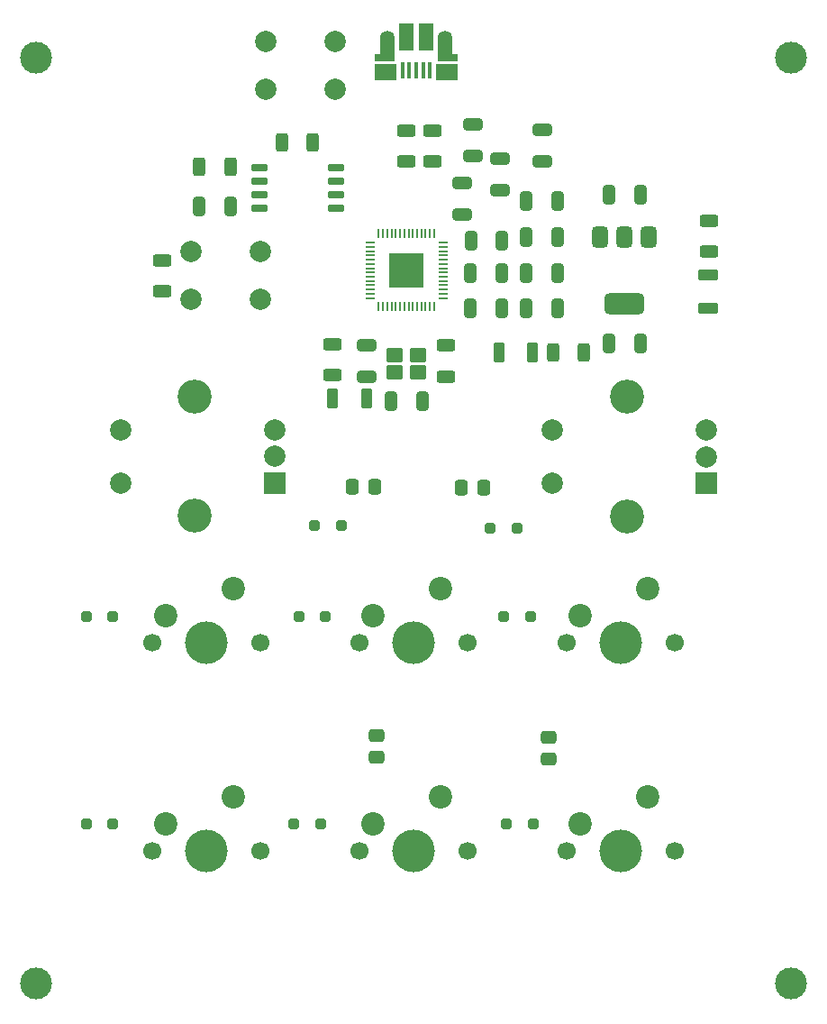
<source format=gts>
%TF.GenerationSoftware,KiCad,Pcbnew,8.0.5*%
%TF.CreationDate,2025-01-30T00:55:54+01:00*%
%TF.ProjectId,rp2040_pad,72703230-3430-45f7-9061-642e6b696361,rev?*%
%TF.SameCoordinates,Original*%
%TF.FileFunction,Soldermask,Top*%
%TF.FilePolarity,Negative*%
%FSLAX46Y46*%
G04 Gerber Fmt 4.6, Leading zero omitted, Abs format (unit mm)*
G04 Created by KiCad (PCBNEW 8.0.5) date 2025-01-30 00:55:54*
%MOMM*%
%LPD*%
G01*
G04 APERTURE LIST*
G04 Aperture macros list*
%AMRoundRect*
0 Rectangle with rounded corners*
0 $1 Rounding radius*
0 $2 $3 $4 $5 $6 $7 $8 $9 X,Y pos of 4 corners*
0 Add a 4 corners polygon primitive as box body*
4,1,4,$2,$3,$4,$5,$6,$7,$8,$9,$2,$3,0*
0 Add four circle primitives for the rounded corners*
1,1,$1+$1,$2,$3*
1,1,$1+$1,$4,$5*
1,1,$1+$1,$6,$7*
1,1,$1+$1,$8,$9*
0 Add four rect primitives between the rounded corners*
20,1,$1+$1,$2,$3,$4,$5,0*
20,1,$1+$1,$4,$5,$6,$7,0*
20,1,$1+$1,$6,$7,$8,$9,0*
20,1,$1+$1,$8,$9,$2,$3,0*%
G04 Aperture macros list end*
%ADD10RoundRect,0.250000X0.337500X0.475000X-0.337500X0.475000X-0.337500X-0.475000X0.337500X-0.475000X0*%
%ADD11RoundRect,0.250000X-0.475000X0.337500X-0.475000X-0.337500X0.475000X-0.337500X0.475000X0.337500X0*%
%ADD12C,1.700000*%
%ADD13C,4.000000*%
%ADD14C,2.200000*%
%ADD15C,2.000000*%
%ADD16RoundRect,0.250000X0.312500X0.625000X-0.312500X0.625000X-0.312500X-0.625000X0.312500X-0.625000X0*%
%ADD17RoundRect,0.150000X-0.650000X-0.150000X0.650000X-0.150000X0.650000X0.150000X-0.650000X0.150000X0*%
%ADD18RoundRect,0.250000X-0.650000X0.325000X-0.650000X-0.325000X0.650000X-0.325000X0.650000X0.325000X0*%
%ADD19RoundRect,0.250000X-0.250000X-0.250000X0.250000X-0.250000X0.250000X0.250000X-0.250000X0.250000X0*%
%ADD20RoundRect,0.250000X0.650000X-0.325000X0.650000X0.325000X-0.650000X0.325000X-0.650000X-0.325000X0*%
%ADD21R,1.825000X0.700000*%
%ADD22R,2.000000X1.500000*%
%ADD23R,1.350000X2.000000*%
%ADD24O,1.350000X1.700000*%
%ADD25O,1.100000X1.500000*%
%ADD26R,1.430000X2.500000*%
%ADD27R,0.400000X1.650000*%
%ADD28RoundRect,0.250000X-0.275000X-0.700000X0.275000X-0.700000X0.275000X0.700000X-0.275000X0.700000X0*%
%ADD29RoundRect,0.250000X0.625000X-0.312500X0.625000X0.312500X-0.625000X0.312500X-0.625000X-0.312500X0*%
%ADD30RoundRect,0.250000X-0.325000X-0.650000X0.325000X-0.650000X0.325000X0.650000X-0.325000X0.650000X0*%
%ADD31RoundRect,0.250000X-0.625000X0.312500X-0.625000X-0.312500X0.625000X-0.312500X0.625000X0.312500X0*%
%ADD32C,3.000000*%
%ADD33RoundRect,0.102000X-0.700000X-0.550000X0.700000X-0.550000X0.700000X0.550000X-0.700000X0.550000X0*%
%ADD34RoundRect,0.250000X-0.312500X-0.625000X0.312500X-0.625000X0.312500X0.625000X-0.312500X0.625000X0*%
%ADD35R,2.000000X2.000000*%
%ADD36C,3.200000*%
%ADD37R,3.200000X3.200000*%
%ADD38RoundRect,0.050000X-0.050000X-0.387500X0.050000X-0.387500X0.050000X0.387500X-0.050000X0.387500X0*%
%ADD39RoundRect,0.050000X-0.387500X-0.050000X0.387500X-0.050000X0.387500X0.050000X-0.387500X0.050000X0*%
%ADD40RoundRect,0.375000X-0.375000X0.625000X-0.375000X-0.625000X0.375000X-0.625000X0.375000X0.625000X0*%
%ADD41RoundRect,0.500000X-1.400000X0.500000X-1.400000X-0.500000X1.400000X-0.500000X1.400000X0.500000X0*%
%ADD42RoundRect,0.250000X0.275000X0.700000X-0.275000X0.700000X-0.275000X-0.700000X0.275000X-0.700000X0*%
%ADD43RoundRect,0.250000X0.700000X-0.275000X0.700000X0.275000X-0.700000X0.275000X-0.700000X-0.275000X0*%
%ADD44RoundRect,0.250000X0.250000X0.250000X-0.250000X0.250000X-0.250000X-0.250000X0.250000X-0.250000X0*%
G04 APERTURE END LIST*
D10*
%TO.C,C20*%
X121362500Y-102800000D03*
X119287500Y-102800000D03*
%TD*%
D11*
%TO.C,C19*%
X137700000Y-126362500D03*
X137700000Y-128437500D03*
%TD*%
%TO.C,C18*%
X121500000Y-126162500D03*
X121500000Y-128237500D03*
%TD*%
D10*
%TO.C,C17*%
X131612500Y-102900000D03*
X129537500Y-102900000D03*
%TD*%
D12*
%TO.C,SW9*%
X139420000Y-137000000D03*
D13*
X144500000Y-137000000D03*
D12*
X149580000Y-137000000D03*
D14*
X147040000Y-131920000D03*
X140690000Y-134460000D03*
%TD*%
D12*
%TO.C,SW8*%
X119920000Y-137000000D03*
D13*
X125000000Y-137000000D03*
D12*
X130080000Y-137000000D03*
D14*
X127540000Y-131920000D03*
X121190000Y-134460000D03*
%TD*%
D12*
%TO.C,SW7*%
X100420000Y-137000000D03*
D13*
X105500000Y-137000000D03*
D12*
X110580000Y-137000000D03*
D14*
X108040000Y-131920000D03*
X101690000Y-134460000D03*
%TD*%
D12*
%TO.C,SW4*%
X100420000Y-117500000D03*
D13*
X105500000Y-117500000D03*
D12*
X110580000Y-117500000D03*
D14*
X108040000Y-112420000D03*
X101690000Y-114960000D03*
%TD*%
D12*
%TO.C,SW5*%
X119920000Y-117500000D03*
D13*
X125000000Y-117500000D03*
D12*
X130080000Y-117500000D03*
D14*
X127540000Y-112420000D03*
X121190000Y-114960000D03*
%TD*%
D12*
%TO.C,SW6*%
X139420000Y-117500000D03*
D13*
X144500000Y-117500000D03*
D12*
X149580000Y-117500000D03*
D14*
X147040000Y-112420000D03*
X140690000Y-114960000D03*
%TD*%
D15*
%TO.C,RESET*%
X110600000Y-85250000D03*
X104100000Y-85250000D03*
X110600000Y-80750000D03*
X104100000Y-80750000D03*
%TD*%
D16*
%TO.C,R8*%
X138100000Y-90250000D03*
X141025000Y-90250000D03*
%TD*%
D17*
%TO.C,U4*%
X117700000Y-72845000D03*
X117700000Y-74115000D03*
X117700000Y-75385000D03*
X117700000Y-76655000D03*
X110500000Y-76655000D03*
X110500000Y-75385000D03*
X110500000Y-74115000D03*
X110500000Y-72845000D03*
%TD*%
D18*
%TO.C,C7*%
X137100000Y-72225000D03*
X137100000Y-69275000D03*
%TD*%
D19*
%TO.C,D6*%
X94250000Y-134500000D03*
X96750000Y-134500000D03*
%TD*%
D20*
%TO.C,C6*%
X129600000Y-74275000D03*
X129600000Y-77225000D03*
%TD*%
D21*
%TO.C,J1*%
X122275000Y-62550000D03*
D22*
X122375000Y-63870000D03*
D23*
X122525000Y-61800000D03*
D24*
X122545000Y-60870000D03*
D25*
X122855000Y-63870000D03*
D26*
X124315000Y-60600000D03*
X126235000Y-60600000D03*
D25*
X127695000Y-63870000D03*
D24*
X128005000Y-60870000D03*
D23*
X128005000Y-61800000D03*
D22*
X128125000Y-63850000D03*
D21*
X128225000Y-62550000D03*
D27*
X123975000Y-63750000D03*
X124625000Y-63750000D03*
X125275000Y-63750000D03*
X125925000Y-63750000D03*
X126575000Y-63750000D03*
%TD*%
D28*
%TO.C,D14*%
X136175000Y-90250000D03*
X133025000Y-90250000D03*
%TD*%
D29*
%TO.C,R1*%
X128100000Y-89537500D03*
X128100000Y-92462500D03*
%TD*%
D30*
%TO.C,C13*%
X138575000Y-79400000D03*
X135625000Y-79400000D03*
%TD*%
D31*
%TO.C,R4*%
X124300000Y-72306250D03*
X124300000Y-69381250D03*
%TD*%
D19*
%TO.C,D7*%
X113750000Y-134500000D03*
X116250000Y-134500000D03*
%TD*%
D15*
%TO.C,USB_BOOT1*%
X111150000Y-61000000D03*
X117650000Y-61000000D03*
X111150000Y-65500000D03*
X117650000Y-65500000D03*
%TD*%
D30*
%TO.C,C9*%
X133325000Y-82750000D03*
X130375000Y-82750000D03*
%TD*%
D18*
%TO.C,C16*%
X133100000Y-74975000D03*
X133100000Y-72025000D03*
%TD*%
D31*
%TO.C,R7*%
X117350000Y-92362500D03*
X117350000Y-89437500D03*
%TD*%
D32*
%TO.C,H4*%
X160500000Y-149500000D03*
%TD*%
D19*
%TO.C,D5*%
X132225000Y-106725000D03*
X134725000Y-106725000D03*
%TD*%
D31*
%TO.C,R5*%
X126800000Y-72306250D03*
X126800000Y-69381250D03*
%TD*%
D30*
%TO.C,C12*%
X138575000Y-76000000D03*
X135625000Y-76000000D03*
%TD*%
%TO.C,C15*%
X138575000Y-86100000D03*
X135625000Y-86100000D03*
%TD*%
D33*
%TO.C,U3*%
X125450000Y-90450000D03*
X125450000Y-92050000D03*
X123250000Y-92050000D03*
X123250000Y-90450000D03*
%TD*%
D34*
%TO.C,R3*%
X107812500Y-72750000D03*
X104887500Y-72750000D03*
%TD*%
D35*
%TO.C,SW2*%
X152550000Y-102500000D03*
D15*
X152550000Y-97500000D03*
X152550000Y-100000000D03*
D36*
X145050000Y-105600000D03*
X145050000Y-94400000D03*
D15*
X138050000Y-97500000D03*
X138050000Y-102500000D03*
%TD*%
D31*
%TO.C,R9*%
X152750000Y-80756250D03*
X152750000Y-77831250D03*
%TD*%
D16*
%TO.C,R2*%
X112637500Y-70500000D03*
X115562500Y-70500000D03*
%TD*%
D32*
%TO.C,H2*%
X160500000Y-62500000D03*
%TD*%
D30*
%TO.C,C1*%
X146350000Y-75400000D03*
X143400000Y-75400000D03*
%TD*%
D19*
%TO.C,D8*%
X133750000Y-134500000D03*
X136250000Y-134500000D03*
%TD*%
D37*
%TO.C,U1*%
X124350000Y-82500000D03*
D38*
X121750000Y-79062500D03*
X122150000Y-79062500D03*
X122550000Y-79062500D03*
X122950000Y-79062500D03*
X123350000Y-79062500D03*
X123750000Y-79062500D03*
X124150000Y-79062500D03*
X124550000Y-79062500D03*
X124950000Y-79062500D03*
X125350000Y-79062500D03*
X125750000Y-79062500D03*
X126150000Y-79062500D03*
X126550000Y-79062500D03*
X126950000Y-79062500D03*
D39*
X127787500Y-79900000D03*
X127787500Y-80300000D03*
X127787500Y-80700000D03*
X127787500Y-81100000D03*
X127787500Y-81500000D03*
X127787500Y-81900000D03*
X127787500Y-82300000D03*
X127787500Y-82700000D03*
X127787500Y-83100000D03*
X127787500Y-83500000D03*
X127787500Y-83900000D03*
X127787500Y-84300000D03*
X127787500Y-84700000D03*
X127787500Y-85100000D03*
D38*
X126950000Y-85937500D03*
X126550000Y-85937500D03*
X126150000Y-85937500D03*
X125750000Y-85937500D03*
X125350000Y-85937500D03*
X124950000Y-85937500D03*
X124550000Y-85937500D03*
X124150000Y-85937500D03*
X123750000Y-85937500D03*
X123350000Y-85937500D03*
X122950000Y-85937500D03*
X122550000Y-85937500D03*
X122150000Y-85937500D03*
X121750000Y-85937500D03*
D39*
X120912500Y-85100000D03*
X120912500Y-84700000D03*
X120912500Y-84300000D03*
X120912500Y-83900000D03*
X120912500Y-83500000D03*
X120912500Y-83100000D03*
X120912500Y-82700000D03*
X120912500Y-82300000D03*
X120912500Y-81900000D03*
X120912500Y-81500000D03*
X120912500Y-81100000D03*
X120912500Y-80700000D03*
X120912500Y-80300000D03*
X120912500Y-79900000D03*
%TD*%
D19*
%TO.C,D2*%
X114250000Y-115000000D03*
X116750000Y-115000000D03*
%TD*%
D30*
%TO.C,C11*%
X133350000Y-79750000D03*
X130400000Y-79750000D03*
%TD*%
D31*
%TO.C,R6*%
X101350000Y-84462500D03*
X101350000Y-81537500D03*
%TD*%
D30*
%TO.C,C2*%
X146350000Y-89400000D03*
X143400000Y-89400000D03*
%TD*%
D32*
%TO.C,H1*%
X89500000Y-62500000D03*
%TD*%
D30*
%TO.C,C14*%
X138575000Y-82750000D03*
X135625000Y-82750000D03*
%TD*%
%TO.C,C10*%
X133325000Y-86100000D03*
X130375000Y-86100000D03*
%TD*%
D40*
%TO.C,U2*%
X142550000Y-79350000D03*
D41*
X144850000Y-85650000D03*
D40*
X144850000Y-79350000D03*
X147150000Y-79350000D03*
%TD*%
D19*
%TO.C,D3*%
X133500000Y-115000000D03*
X136000000Y-115000000D03*
%TD*%
D30*
%TO.C,C3*%
X125825000Y-94750000D03*
X122875000Y-94750000D03*
%TD*%
D42*
%TO.C,D13*%
X117425000Y-94500000D03*
X120575000Y-94500000D03*
%TD*%
D30*
%TO.C,C5*%
X107850000Y-76500000D03*
X104900000Y-76500000D03*
%TD*%
D20*
%TO.C,C4*%
X120600000Y-89525000D03*
X120600000Y-92475000D03*
%TD*%
D19*
%TO.C,D1*%
X94250000Y-115000000D03*
X96750000Y-115000000D03*
%TD*%
D43*
%TO.C,D15*%
X152700000Y-82943750D03*
X152700000Y-86093750D03*
%TD*%
D32*
%TO.C,H3*%
X89500000Y-149500000D03*
%TD*%
D18*
%TO.C,C8*%
X130600000Y-71725000D03*
X130600000Y-68775000D03*
%TD*%
D44*
%TO.C,D4*%
X118225000Y-106475000D03*
X115725000Y-106475000D03*
%TD*%
D35*
%TO.C,SW3*%
X111975000Y-102475000D03*
D15*
X111975000Y-97475000D03*
X111975000Y-99975000D03*
D36*
X104475000Y-105575000D03*
X104475000Y-94375000D03*
D15*
X97475000Y-97475000D03*
X97475000Y-102475000D03*
%TD*%
M02*

</source>
